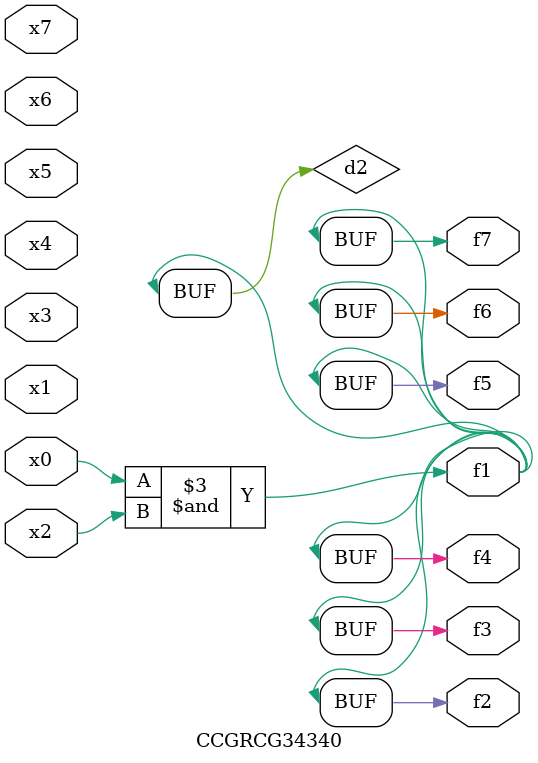
<source format=v>
module CCGRCG34340(
	input x0, x1, x2, x3, x4, x5, x6, x7,
	output f1, f2, f3, f4, f5, f6, f7
);

	wire d1, d2;

	nor (d1, x3, x6);
	and (d2, x0, x2);
	assign f1 = d2;
	assign f2 = d2;
	assign f3 = d2;
	assign f4 = d2;
	assign f5 = d2;
	assign f6 = d2;
	assign f7 = d2;
endmodule

</source>
